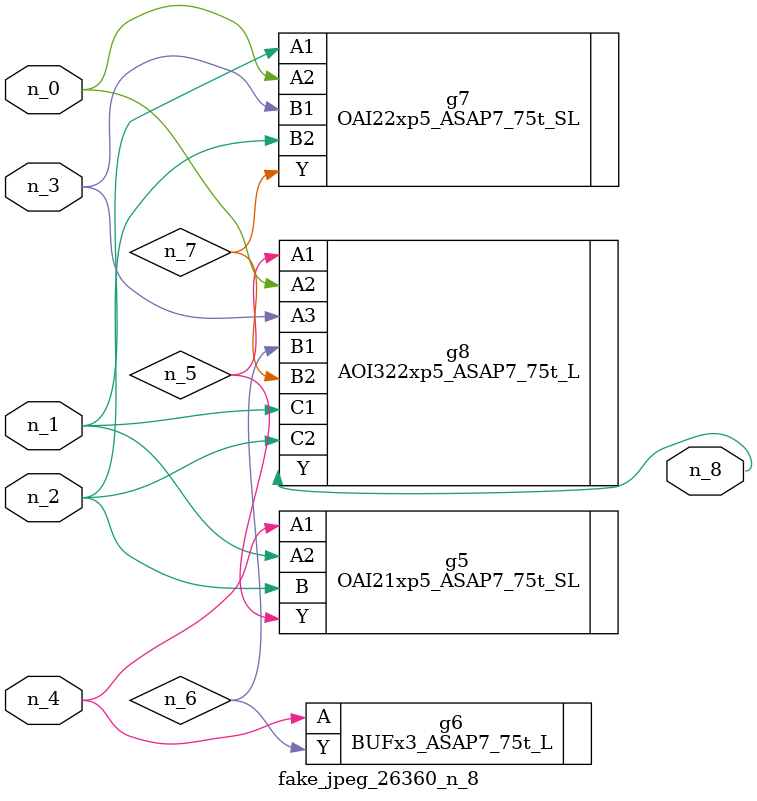
<source format=v>
module fake_jpeg_26360_n_8 (n_3, n_2, n_1, n_0, n_4, n_8);

input n_3;
input n_2;
input n_1;
input n_0;
input n_4;

output n_8;

wire n_6;
wire n_5;
wire n_7;

OAI21xp5_ASAP7_75t_SL g5 ( 
.A1(n_4),
.A2(n_1),
.B(n_2),
.Y(n_5)
);

BUFx3_ASAP7_75t_L g6 ( 
.A(n_4),
.Y(n_6)
);

OAI22xp5_ASAP7_75t_SL g7 ( 
.A1(n_1),
.A2(n_0),
.B1(n_3),
.B2(n_2),
.Y(n_7)
);

AOI322xp5_ASAP7_75t_L g8 ( 
.A1(n_5),
.A2(n_0),
.A3(n_3),
.B1(n_6),
.B2(n_7),
.C1(n_1),
.C2(n_2),
.Y(n_8)
);


endmodule
</source>
